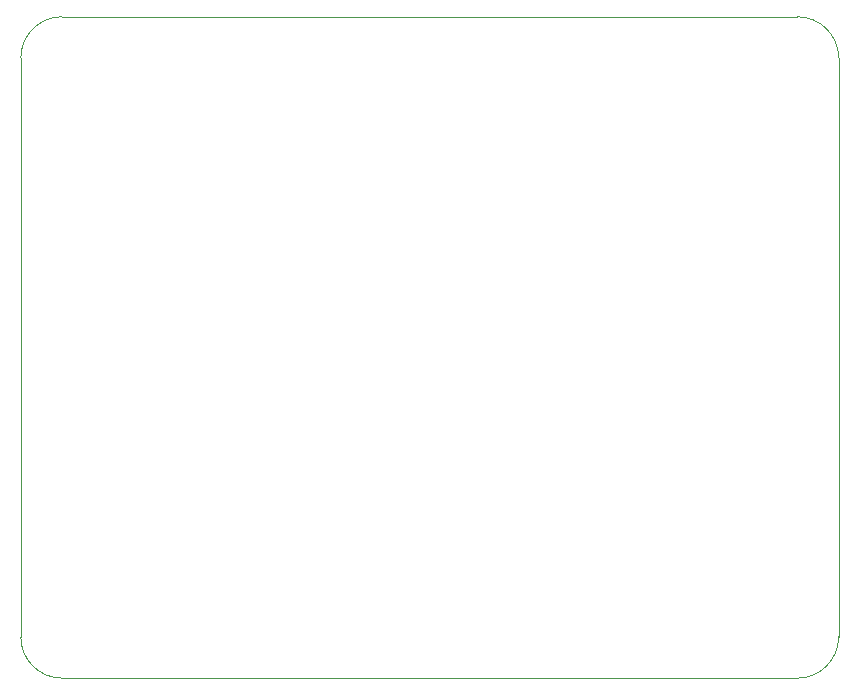
<source format=gbr>
%TF.GenerationSoftware,KiCad,Pcbnew,8.0.0*%
%TF.CreationDate,2024-03-02T01:18:58-06:00*%
%TF.ProjectId,kicad-power-hat,6b696361-642d-4706-9f77-65722d686174,rev?*%
%TF.SameCoordinates,Original*%
%TF.FileFunction,Profile,NP*%
%FSLAX46Y46*%
G04 Gerber Fmt 4.6, Leading zero omitted, Abs format (unit mm)*
G04 Created by KiCad (PCBNEW 8.0.0) date 2024-03-02 01:18:58*
%MOMM*%
%LPD*%
G01*
G04 APERTURE LIST*
%TA.AperFunction,Profile*%
%ADD10C,0.050000*%
%TD*%
G04 APERTURE END LIST*
D10*
X95250000Y-147115000D02*
X157499998Y-147115000D01*
X91750000Y-94615002D02*
X91750000Y-143615000D01*
X157499998Y-91115002D02*
X95250000Y-91115002D01*
X160999998Y-143615000D02*
X160999998Y-94615002D01*
X160999998Y-143615000D02*
G75*
G02*
X157499998Y-147115000I-3499999J-1D01*
G01*
X157499998Y-91115002D02*
G75*
G02*
X160999998Y-94615002I1J-3499999D01*
G01*
X91750000Y-94615002D02*
G75*
G02*
X95250000Y-91115002I3499999J1D01*
G01*
X95250000Y-147115000D02*
G75*
G02*
X91750000Y-143615000I0J3500000D01*
G01*
M02*

</source>
